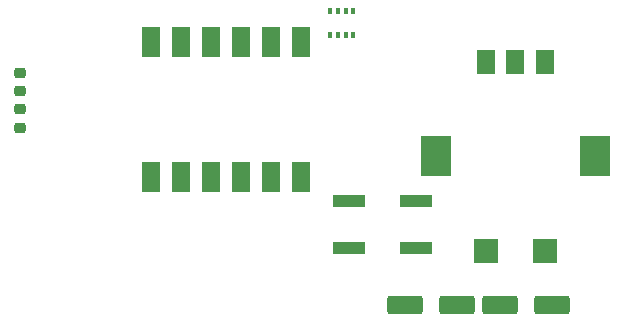
<source format=gbr>
%TF.GenerationSoftware,KiCad,Pcbnew,6.0.2-1.fc35*%
%TF.CreationDate,2022-04-20T21:26:53+02:00*%
%TF.ProjectId,LEDnode,4c45446e-6f64-4652-9e6b-696361645f70,rev?*%
%TF.SameCoordinates,Original*%
%TF.FileFunction,Paste,Top*%
%TF.FilePolarity,Positive*%
%FSLAX46Y46*%
G04 Gerber Fmt 4.6, Leading zero omitted, Abs format (unit mm)*
G04 Created by KiCad (PCBNEW 6.0.2-1.fc35) date 2022-04-20 21:26:53*
%MOMM*%
%LPD*%
G01*
G04 APERTURE LIST*
G04 Aperture macros list*
%AMRoundRect*
0 Rectangle with rounded corners*
0 $1 Rounding radius*
0 $2 $3 $4 $5 $6 $7 $8 $9 X,Y pos of 4 corners*
0 Add a 4 corners polygon primitive as box body*
4,1,4,$2,$3,$4,$5,$6,$7,$8,$9,$2,$3,0*
0 Add four circle primitives for the rounded corners*
1,1,$1+$1,$2,$3*
1,1,$1+$1,$4,$5*
1,1,$1+$1,$6,$7*
1,1,$1+$1,$8,$9*
0 Add four rect primitives between the rounded corners*
20,1,$1+$1,$2,$3,$4,$5,0*
20,1,$1+$1,$4,$5,$6,$7,0*
20,1,$1+$1,$6,$7,$8,$9,0*
20,1,$1+$1,$8,$9,$2,$3,0*%
G04 Aperture macros list end*
%ADD10RoundRect,0.250000X1.250000X0.550000X-1.250000X0.550000X-1.250000X-0.550000X1.250000X-0.550000X0*%
%ADD11R,2.500000X3.500000*%
%ADD12R,1.500000X2.000000*%
%ADD13R,2.000000X2.000000*%
%ADD14R,2.750000X1.000000*%
%ADD15R,1.500000X2.500000*%
%ADD16RoundRect,0.218750X0.256250X-0.218750X0.256250X0.218750X-0.256250X0.218750X-0.256250X-0.218750X0*%
%ADD17R,0.350000X0.500000*%
G04 APERTURE END LIST*
D10*
%TO.C,C5*%
X126100000Y-101570000D03*
X121700000Y-101570000D03*
%TD*%
%TO.C,C2*%
X118080000Y-101570000D03*
X113680000Y-101570000D03*
%TD*%
D11*
%TO.C,SW1*%
X116250000Y-89000000D03*
X129750000Y-89000000D03*
D12*
X125500000Y-81000000D03*
X120500000Y-81000000D03*
X123000000Y-81000000D03*
D13*
X125500000Y-97000000D03*
X120500000Y-97000000D03*
%TD*%
D14*
%TO.C,SW3*%
X108875000Y-96750000D03*
X114625000Y-96750000D03*
X114625000Y-92750000D03*
X108875000Y-92750000D03*
%TD*%
D15*
%TO.C,U2*%
X92150000Y-90715000D03*
X94690000Y-90715000D03*
X97230000Y-90715000D03*
X99770000Y-90715000D03*
X102310000Y-90715000D03*
X104850000Y-90715000D03*
X104850000Y-79285000D03*
X102310000Y-79285000D03*
X99770000Y-79285000D03*
X97230000Y-79285000D03*
X94690000Y-79285000D03*
X92150000Y-79285000D03*
%TD*%
D16*
%TO.C,D3*%
X81100000Y-83475000D03*
X81100000Y-81900000D03*
%TD*%
D17*
%TO.C,U5*%
X107337011Y-76650000D03*
X107987011Y-76650000D03*
X108637011Y-76650000D03*
X109287011Y-76650000D03*
X109287011Y-78700000D03*
X108637011Y-78700000D03*
X107987011Y-78700000D03*
X107337011Y-78700000D03*
%TD*%
D16*
%TO.C,D2*%
X81100000Y-86575000D03*
X81100000Y-85000000D03*
%TD*%
M02*

</source>
